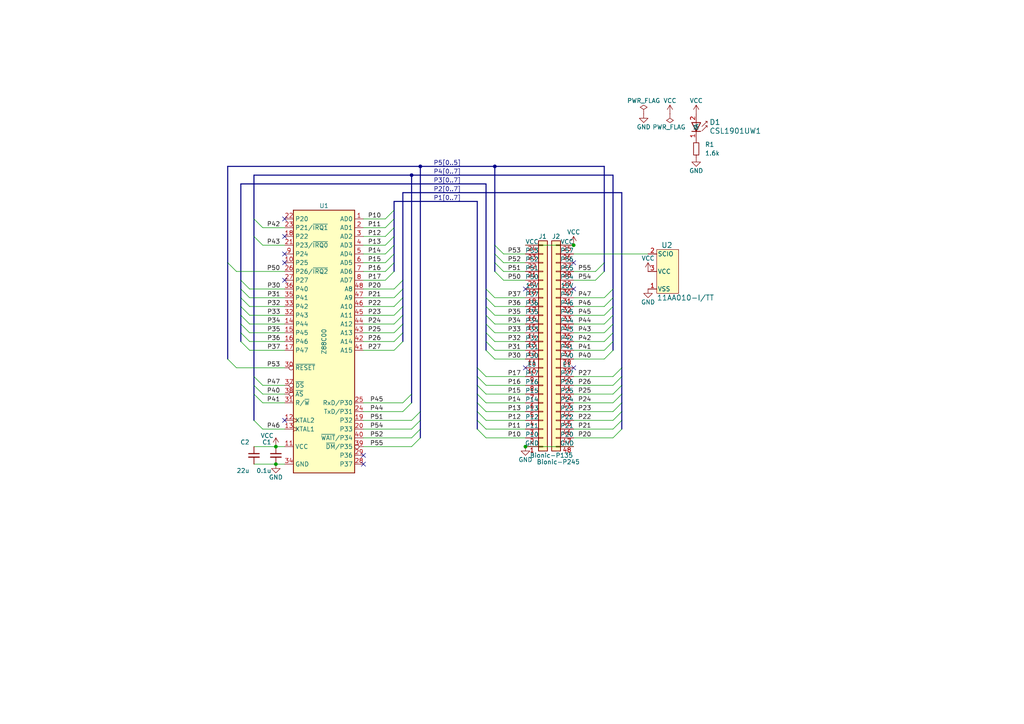
<source format=kicad_sch>
(kicad_sch (version 20230121) (generator eeschema)
  (paper "A4")
  (title_block (title "BionicZ8800") (date "2024-10-24") (rev "4") (company "Tadashi G. Takaoka"))
  (lib_symbols
    (symbol "0-LocalLibrary:11AA010-I_TT" (pin_names (offset 0.254))
      (property "Reference" "U" (at 2.54 1.27 0))
      (property "Value" "11AA010-I/TT" (at 3.81 -13.97 0))
      (symbol "11AA010-I_TT_1_1"
        (rectangle (start 0 0) (end 6.35 -12.7) (fill (type background)))
        (pin power_in line (at -2.54 -11.43 0) (length 2.54) (name "VSS") (number "1"))
        (pin bidirectional line (at -2.54 -1.27 0) (length 2.54) (name "SCIO") (number "2"))
        (pin power_in line (at -2.54 -6.35 0) (length 2.54) (name "VCC") (number "3"))
      )
    )
    (symbol "0-LocalLibrary:Bionic-P135" (pin_names (offset 0))
      (property "Reference" "J" (at 0 30.48 0))
      (property "Value" "Bionic-P135" (at -1.27 -33.02 0))
      (symbol "Bionic-P135_1_1"
        (rectangle (start 0 -30.353) (end -1.27 -30.607) (stroke (width 0.1524)))
        (rectangle (start 0 -27.813) (end -1.27 -28.067) (stroke (width 0.1524)))
        (rectangle (start 0 -25.273) (end -1.27 -25.527) (stroke (width 0.1524)))
        (rectangle (start 0 -22.733) (end -1.27 -22.987) (stroke (width 0.1524)))
        (rectangle (start 0 -20.193) (end -1.27 -20.447) (stroke (width 0.1524)))
        (rectangle (start 0 -17.653) (end -1.27 -17.907) (stroke (width 0.1524)))
        (rectangle (start 0 -15.113) (end -1.27 -15.367) (stroke (width 0.1524)))
        (rectangle (start 0 -12.573) (end -1.27 -12.827) (stroke (width 0.1524)))
        (rectangle (start 0 -10.033) (end -1.27 -10.287) (stroke (width 0.1524)))
        (rectangle (start 0 -7.493) (end -1.27 -7.747) (stroke (width 0.1524)))
        (rectangle (start 0 -4.953) (end -1.27 -5.207) (stroke (width 0.1524)))
        (rectangle (start 0 -2.413) (end -1.27 -2.667) (stroke (width 0.1524)))
        (rectangle (start 0 0.127) (end -1.27 -0.127) (stroke (width 0.1524)))
        (rectangle (start 0 2.667) (end -1.27 2.413) (stroke (width 0.1524)))
        (rectangle (start 0 5.207) (end -1.27 4.953) (stroke (width 0.1524)))
        (rectangle (start 0 7.747) (end -1.27 7.493) (stroke (width 0.1524)))
        (rectangle (start 0 10.287) (end -1.27 10.033) (stroke (width 0.1524)))
        (rectangle (start 0 12.827) (end -1.27 12.573) (stroke (width 0.1524)))
        (rectangle (start 0 15.367) (end -1.27 15.113) (stroke (width 0.1524)))
        (rectangle (start 0 17.907) (end -1.27 17.653) (stroke (width 0.1524)))
        (rectangle (start 0 20.447) (end -1.27 20.193) (stroke (width 0.1524)))
        (rectangle (start 0 22.987) (end -1.27 22.733) (stroke (width 0.1524)))
        (rectangle (start 0 25.527) (end -1.27 25.273) (stroke (width 0.1524)))
        (rectangle (start 0 28.067) (end -1.27 27.813) (stroke (width 0.1524)))
        (rectangle (start 1.27 29.21) (end -1.27 -31.75) (stroke (width 0.254)) (fill (type background)))
        (pin power_in line (at -5.08 -30.48 0) (length 3.81) (name "GND") (number "1"))
        (pin bidirectional line (at -5.08 -7.62 0) (length 3.81) (name "E0") (number "10"))
        (pin bidirectional line (at -5.08 -5.08 0) (length 3.81) (name "P30") (number "11"))
        (pin bidirectional line (at -5.08 -2.54 0) (length 3.81) (name "P31") (number "12"))
        (pin bidirectional line (at -5.08 0 0) (length 3.81) (name "P32") (number "13"))
        (pin bidirectional line (at -5.08 2.54 0) (length 3.81) (name "P33") (number "14"))
        (pin bidirectional line (at -5.08 5.08 0) (length 3.81) (name "P34") (number "15"))
        (pin bidirectional line (at -5.08 7.62 0) (length 3.81) (name "P35") (number "16"))
        (pin bidirectional line (at -5.08 10.16 0) (length 3.81) (name "P36") (number "17"))
        (pin bidirectional line (at -5.08 12.7 0) (length 3.81) (name "P37") (number "18"))
        (pin power_in line (at -5.08 15.24 0) (length 3.81) (name "15V") (number "19"))
        (pin bidirectional line (at -5.08 -27.94 0) (length 3.81) (name "P10") (number "2"))
        (pin bidirectional line (at -5.08 17.78 0) (length 3.81) (name "P50") (number "20"))
        (pin bidirectional line (at -5.08 20.32 0) (length 3.81) (name "P51") (number "21"))
        (pin bidirectional line (at -5.08 22.86 0) (length 3.81) (name "P52") (number "22"))
        (pin bidirectional line (at -5.08 25.4 0) (length 3.81) (name "P53") (number "23"))
        (pin power_in line (at -5.08 27.94 0) (length 3.81) (name "VCC") (number "24"))
        (pin bidirectional line (at -5.08 -25.4 0) (length 3.81) (name "P11") (number "3"))
        (pin bidirectional line (at -5.08 -22.86 0) (length 3.81) (name "P12") (number "4"))
        (pin bidirectional line (at -5.08 -20.32 0) (length 3.81) (name "P13") (number "5"))
        (pin bidirectional line (at -5.08 -17.78 0) (length 3.81) (name "P14") (number "6"))
        (pin bidirectional line (at -5.08 -15.24 0) (length 3.81) (name "P15") (number "7"))
        (pin bidirectional line (at -5.08 -12.7 0) (length 3.81) (name "P16") (number "8"))
        (pin bidirectional line (at -5.08 -10.16 0) (length 3.81) (name "P17") (number "9"))
      )
    )
    (symbol "0-LocalLibrary:Bionic-P245" (pin_names (offset 0))
      (property "Reference" "J" (at -3.81 30.48 0))
      (property "Value" "Bionic-P245" (at -1.27 -33.02 0))
      (symbol "Bionic-P245_1_1"
        (rectangle (start -2.54 -30.607) (end -3.81 -30.353) (stroke (width 0.1524)))
        (rectangle (start -2.54 -28.067) (end -3.81 -27.813) (stroke (width 0.1524)))
        (rectangle (start -2.54 -25.527) (end -3.81 -25.273) (stroke (width 0.1524)))
        (rectangle (start -2.54 -22.987) (end -3.81 -22.733) (stroke (width 0.1524)))
        (rectangle (start -2.54 -20.447) (end -3.81 -20.193) (stroke (width 0.1524)))
        (rectangle (start -2.54 -17.907) (end -3.81 -17.653) (stroke (width 0.1524)))
        (rectangle (start -2.54 -15.367) (end -3.81 -15.113) (stroke (width 0.1524)))
        (rectangle (start -2.54 -12.827) (end -3.81 -12.573) (stroke (width 0.1524)))
        (rectangle (start -2.54 -10.287) (end -3.81 -10.033) (stroke (width 0.1524)))
        (rectangle (start -2.54 -7.747) (end -3.81 -7.493) (stroke (width 0.1524)))
        (rectangle (start -2.54 -5.207) (end -3.81 -4.953) (stroke (width 0.1524)))
        (rectangle (start -2.54 -2.667) (end -3.81 -2.413) (stroke (width 0.1524)))
        (rectangle (start -2.54 -0.127) (end -3.81 0.127) (stroke (width 0.1524)))
        (rectangle (start -2.54 2.413) (end -3.81 2.667) (stroke (width 0.1524)))
        (rectangle (start -2.54 4.953) (end -3.81 5.207) (stroke (width 0.1524)))
        (rectangle (start -2.54 7.493) (end -3.81 7.747) (stroke (width 0.1524)))
        (rectangle (start -2.54 10.033) (end -3.81 10.287) (stroke (width 0.1524)))
        (rectangle (start -2.54 12.573) (end -3.81 12.827) (stroke (width 0.1524)))
        (rectangle (start -2.54 15.113) (end -3.81 15.367) (stroke (width 0.1524)))
        (rectangle (start -2.54 17.653) (end -3.81 17.907) (stroke (width 0.1524)))
        (rectangle (start -2.54 20.193) (end -3.81 20.447) (stroke (width 0.1524)))
        (rectangle (start -2.54 22.733) (end -3.81 22.987) (stroke (width 0.1524)))
        (rectangle (start -2.54 25.273) (end -3.81 25.527) (stroke (width 0.1524)))
        (rectangle (start -2.54 27.813) (end -3.81 28.067) (stroke (width 0.1524)))
        (rectangle (start -2.54 29.21) (end -5.08 -31.75) (stroke (width 0.254)) (fill (type background)))
        (pin power_in line (at 1.27 27.94 180) (length 3.81) (name "VCC") (number "25"))
        (pin bidirectional line (at 1.27 25.4 180) (length 3.81) (name "P57") (number "26"))
        (pin bidirectional line (at 1.27 22.86 180) (length 3.81) (name "P56") (number "27"))
        (pin bidirectional line (at 1.27 20.32 180) (length 3.81) (name "P55") (number "28"))
        (pin bidirectional line (at 1.27 17.78 180) (length 3.81) (name "P54") (number "29"))
        (pin power_in line (at 1.27 15.24 180) (length 3.81) (name "15V") (number "30"))
        (pin bidirectional line (at 1.27 12.7 180) (length 3.81) (name "P47") (number "31"))
        (pin bidirectional line (at 1.27 10.16 180) (length 3.81) (name "P46") (number "32"))
        (pin bidirectional line (at 1.27 7.62 180) (length 3.81) (name "P45") (number "33"))
        (pin bidirectional line (at 1.27 5.08 180) (length 3.81) (name "P44") (number "34"))
        (pin bidirectional line (at 1.27 2.54 180) (length 3.81) (name "P43") (number "35"))
        (pin bidirectional line (at 1.27 0 180) (length 3.81) (name "P42") (number "36"))
        (pin bidirectional line (at 1.27 -2.54 180) (length 3.81) (name "P41") (number "37"))
        (pin bidirectional line (at 1.27 -5.08 180) (length 3.81) (name "P40") (number "38"))
        (pin bidirectional line (at 1.27 -7.62 180) (length 3.81) (name "E1") (number "39"))
        (pin bidirectional line (at 1.27 -10.16 180) (length 3.81) (name "P27") (number "40"))
        (pin bidirectional line (at 1.27 -12.7 180) (length 3.81) (name "P26") (number "41"))
        (pin bidirectional line (at 1.27 -15.24 180) (length 3.81) (name "P25") (number "42"))
        (pin bidirectional line (at 1.27 -17.78 180) (length 3.81) (name "P24") (number "43"))
        (pin bidirectional line (at 1.27 -20.32 180) (length 3.81) (name "P23") (number "44"))
        (pin bidirectional line (at 1.27 -22.86 180) (length 3.81) (name "P22") (number "45"))
        (pin bidirectional line (at 1.27 -25.4 180) (length 3.81) (name "P21") (number "46"))
        (pin bidirectional line (at 1.27 -27.94 180) (length 3.81) (name "P20") (number "47"))
        (pin power_in line (at 1.27 -30.48 180) (length 3.81) (name "GND") (number "48"))
      )
    )
    (symbol "0-LocalLibrary:CSL1901UW1" (pin_names (offset 0.254))
      (property "Reference" "D" (at 3.81 -2.54 0))
      (property "Value" "CSL1901UW1" (at 3.81 -5.08 0))
      (symbol "CSL1901UW1_0_1"
        (polyline (pts (xy 2.159 3.175) (xy 2.667 3.175)))
        (polyline (pts (xy 2.54 0) (xy 5.08 0)))
        (polyline (pts (xy 5.08 1.27) (xy 5.08 -1.27)) (stroke (width 0.254)))
        (polyline (pts (xy 3.683 1.651) (xy 2.159 3.175) (xy 2.159 2.667)))
        (polyline (pts (xy 2.54 -1.27) (xy 5.08 0) (xy 2.54 1.27) (xy 2.54 -1.27)) (stroke (width 0.254)))
        (polyline (pts (xy 4.953 1.651) (xy 3.429 3.175) (xy 3.429 2.667) (xy 3.429 3.175) (xy 3.937 3.175)))
      )
      (symbol "CSL1901UW1_1_1"
        (pin passive line (at 7.62 0 180) (length 2.54) (name "K") (number "1"))
        (pin passive line (at 0 0 0) (length 2.54) (name "A") (number "2"))
      )
      (symbol "CSL1901UW1_1_2"
        (polyline (pts (xy -5.08 7.62) (xy -4.445 8.255)) (stroke (width 0.2032)))
        (polyline (pts (xy -5.08 8.255) (xy -5.08 7.62)) (stroke (width 0.2032)))
        (polyline (pts (xy -4.445 6.35) (xy -3.81 6.985)) (stroke (width 0.2032)))
        (polyline (pts (xy -4.445 8.255) (xy -5.08 8.255)) (stroke (width 0.2032)))
        (polyline (pts (xy -4.445 9.525) (xy -3.81 10.16)) (stroke (width 0.2032)))
        (polyline (pts (xy -4.445 10.16) (xy -4.445 9.525)) (stroke (width 0.2032)))
        (polyline (pts (xy -3.81 6.985) (xy -5.08 8.255)) (stroke (width 0.2032)))
        (polyline (pts (xy -3.81 8.255) (xy -3.175 8.89)) (stroke (width 0.2032)))
        (polyline (pts (xy -3.81 10.16) (xy -4.445 10.16)) (stroke (width 0.2032)))
        (polyline (pts (xy -3.175 5.08) (xy -4.445 6.35)) (stroke (width 0.2032)))
        (polyline (pts (xy -3.175 8.89) (xy -4.445 10.16)) (stroke (width 0.2032)))
        (polyline (pts (xy -2.54 6.985) (xy -3.81 8.255)) (stroke (width 0.2032)))
        (polyline (pts (xy -1.905 3.81) (xy 1.905 3.81)) (stroke (width 0.2032)))
        (polyline (pts (xy 0 2.54) (xy 0 3.4798)) (stroke (width 0.2032)))
        (polyline (pts (xy 0 3.175) (xy 0 3.81)) (stroke (width 0.2032)))
        (polyline (pts (xy 0 6.35) (xy -1.905 3.81)) (stroke (width 0.2032)))
        (polyline (pts (xy 0 6.35) (xy 0 7.62)) (stroke (width 0.2032)))
        (polyline (pts (xy 1.905 3.81) (xy 0 6.35)) (stroke (width 0.2032)))
        (polyline (pts (xy 1.905 6.35) (xy -1.905 6.35)) (stroke (width 0.2032)))
        (pin unspecified line (at 0 10.16 270) (length 2.54) (name "") (number "1"))
        (pin unspecified line (at 0 0 90) (length 2.54) (name "") (number "2"))
      )
    )
    (symbol "0-LocalLibrary:Z88C00"
      (property "Reference" "U" (at -1.27 39.37 0))
      (property "Value" "Z88C00" (at -1.27 7.62 90))
      (symbol "Z88C00_0_0"
        (pin bidirectional line (at -11.43 5.08 0) (length 2.54) (name "P44") (number "14"))
        (pin bidirectional line (at -11.43 2.54 0) (length 2.54) (name "P45") (number "15"))
        (pin bidirectional line (at -11.43 0 0) (length 2.54) (name "P46") (number "16"))
        (pin bidirectional line (at -11.43 -2.54 0) (length 2.54) (name "P47") (number "17"))
        (pin bidirectional line (at 11.43 -35.56 180) (length 2.54) (name "P37") (number "28"))
        (pin bidirectional line (at 11.43 -33.02 180) (length 2.54) (name "P36") (number "29"))
        (pin bidirectional line (at -11.43 7.62 0) (length 2.54) (name "P43") (number "32"))
        (pin bidirectional line (at -11.43 10.16 0) (length 2.54) (name "P42") (number "33"))
        (pin bidirectional line (at -11.43 15.24 0) (length 2.54) (name "P40") (number "36"))
      )
      (symbol "Z88C00_0_1"
        (rectangle (start -8.89 -38.1) (end 8.89 38.1) (stroke (width 0.254)) (fill (type background)))
      )
      (symbol "Z88C00_1_1"
        (pin bidirectional line (at 11.43 35.56 180) (length 2.54) (name "AD0") (number "1"))
        (pin bidirectional line (at -11.43 22.86 0) (length 2.54) (name "P25") (number "10"))
        (pin power_in line (at -11.43 -30.48 0) (length 2.54) (name "VCC") (number "11"))
        (pin output clock (at -11.43 -22.86 0) (length 2.54) (name "XTAL2") (number "12"))
        (pin input clock (at -11.43 -25.4 0) (length 2.54) (name "XTAL1") (number "13"))
        (pin bidirectional line (at -11.43 30.48 0) (length 2.54) (name "P22") (number "18"))
        (pin bidirectional line (at 11.43 -22.86 180) (length 2.54) (name "P32") (number "19"))
        (pin bidirectional line (at 11.43 33.02 180) (length 2.54) (name "AD1") (number "2"))
        (pin bidirectional line (at 11.43 -25.4 180) (length 2.54) (name "P33") (number "20"))
        (pin bidirectional line (at -11.43 27.94 0) (length 2.54) (name "P23/~{IRQ0}") (number "21"))
        (pin bidirectional line (at -11.43 35.56 0) (length 2.54) (name "P20") (number "22"))
        (pin bidirectional line (at -11.43 33.02 0) (length 2.54) (name "P21/~{IRQ1}") (number "23"))
        (pin output line (at 11.43 -20.32 180) (length 2.54) (name "TxD/P31") (number "24"))
        (pin input line (at 11.43 -17.78 180) (length 2.54) (name "RxD/P30") (number "25"))
        (pin bidirectional line (at -11.43 20.32 0) (length 2.54) (name "P26/~{IRQ2}") (number "26"))
        (pin bidirectional line (at -11.43 17.78 0) (length 2.54) (name "P27") (number "27"))
        (pin bidirectional line (at 11.43 30.48 180) (length 2.54) (name "AD2") (number "3"))
        (pin input inverted (at -11.43 -7.62 0) (length 2.54) (name "~{RESET}") (number "30"))
        (pin output line (at -11.43 -17.78 0) (length 2.54) (name "R/~{W}") (number "31"))
        (pin power_in line (at -11.43 -35.56 0) (length 2.54) (name "GND") (number "34"))
        (pin bidirectional line (at -11.43 12.7 0) (length 2.54) (name "P41") (number "35"))
        (pin output inverted (at -11.43 -12.7 0) (length 2.54) (name "~{DS}") (number "37"))
        (pin output inverted (at -11.43 -15.24 0) (length 2.54) (name "~{AS}") (number "38"))
        (pin output inverted (at 11.43 -30.48 180) (length 2.54) (name "~{DM}/P35") (number "39"))
        (pin bidirectional line (at 11.43 27.94 180) (length 2.54) (name "AD3") (number "4"))
        (pin input line (at 11.43 -27.94 180) (length 2.54) (name "~{WAIT}/P34") (number "40"))
        (pin output line (at 11.43 -2.54 180) (length 2.54) (name "A15") (number "41"))
        (pin output line (at 11.43 0 180) (length 2.54) (name "A14") (number "42"))
        (pin output line (at 11.43 2.54 180) (length 2.54) (name "A13") (number "43"))
        (pin output line (at 11.43 5.08 180) (length 2.54) (name "A12") (number "44"))
        (pin output line (at 11.43 7.62 180) (length 2.54) (name "A11") (number "45"))
        (pin output line (at 11.43 10.16 180) (length 2.54) (name "A10") (number "46"))
        (pin output line (at 11.43 12.7 180) (length 2.54) (name "A9") (number "47"))
        (pin output line (at 11.43 15.24 180) (length 2.54) (name "A8") (number "48"))
        (pin bidirectional line (at 11.43 25.4 180) (length 2.54) (name "AD4") (number "5"))
        (pin bidirectional line (at 11.43 22.86 180) (length 2.54) (name "AD5") (number "6"))
        (pin bidirectional line (at 11.43 20.32 180) (length 2.54) (name "AD6") (number "7"))
        (pin bidirectional line (at 11.43 17.78 180) (length 2.54) (name "AD7") (number "8"))
        (pin bidirectional line (at -11.43 25.4 0) (length 2.54) (name "P24") (number "9"))
      )
    )
    (symbol "Device:C_Small" (pin_numbers hide) (pin_names (offset 0.254) hide)
      (property "Reference" "C" (at 0.254 1.778 0))
      (property "Value" "C_Small" (at 0.254 -2.032 0))
      (symbol "C_Small_0_1"
        (polyline (pts (xy -1.524 -0.508) (xy 1.524 -0.508)) (stroke (width 0.3302)))
        (polyline (pts (xy -1.524 0.508) (xy 1.524 0.508)) (stroke (width 0.3048)))
      )
      (symbol "C_Small_1_1"
        (pin passive line (at 0 2.54 270) (length 2.032) (name "~") (number "1"))
        (pin passive line (at 0 -2.54 90) (length 2.032) (name "~") (number "2"))
      )
    )
    (symbol "Device:R_Small" (pin_numbers hide) (pin_names (offset 0.254) hide)
      (property "Reference" "R" (at 0.762 0.508 0))
      (property "Value" "R_Small" (at 0.762 -1.016 0))
      (symbol "R_Small_0_1"
        (rectangle (start -0.762 1.778) (end 0.762 -1.778) (stroke (width 0.2032)))
      )
      (symbol "R_Small_1_1"
        (pin passive line (at 0 2.54 270) (length 0.762) (name "~") (number "1"))
        (pin passive line (at 0 -2.54 90) (length 0.762) (name "~") (number "2"))
      )
    )
    (symbol "power:GND" (power) (pin_names (offset 0))
      (property "Value" "GND" (at 0 -3.81 0))
      (symbol "GND_0_1"
        (polyline (pts (xy 0 0) (xy 0 -1.27) (xy 1.27 -1.27) (xy 0 -2.54) (xy -1.27 -1.27) (xy 0 -1.27)))
      )
      (symbol "GND_1_1"
        (pin power_in line (at 0 0 270) (length 0) hide (name "GND") (number "1"))
      )
    )
    (symbol "power:PWR_FLAG" (power) (pin_numbers hide) (pin_names (offset 0) hide)
      (property "Value" "PWR_FLAG" (at 0 3.81 0))
      (symbol "PWR_FLAG_0_0"
        (pin power_out line (at 0 0 90) (length 0) (name "pwr") (number "1"))
      )
      (symbol "PWR_FLAG_0_1"
        (polyline (pts (xy 0 0) (xy 0 1.27) (xy -1.016 1.905) (xy 0 2.54) (xy 1.016 1.905) (xy 0 1.27)))
      )
    )
    (symbol "power:VCC" (power) (pin_names (offset 0))
      (property "Value" "VCC" (at 0 3.81 0))
      (symbol "VCC_0_1"
        (polyline (pts (xy -0.762 1.27) (xy 0 2.54)))
        (polyline (pts (xy 0 0) (xy 0 2.54)))
        (polyline (pts (xy 0 2.54) (xy 0.762 1.27)))
      )
      (symbol "VCC_1_1"
        (pin power_in line (at 0 0 90) (length 0) hide (name "VCC") (number "1"))
      )
    )
  )
  (junction (at 80.01 129.54))
  (junction (at 119.38 50.8))
  (junction (at 166.37 71.12))
  (junction (at 80.01 134.62))
  (junction (at 121.92 48.26))
  (junction (at 143.51 48.26))
  (junction (at 152.4 129.54))
  (no_connect (at 82.55 76.2))
  (no_connect (at 152.4 83.82))
  (no_connect (at 82.55 121.92))
  (no_connect (at 105.41 132.08))
  (no_connect (at 82.55 63.5))
  (no_connect (at 152.4 106.68))
  (no_connect (at 82.55 81.28))
  (no_connect (at 82.55 73.66))
  (no_connect (at 105.41 134.62))
  (no_connect (at 166.37 106.68))
  (no_connect (at 166.37 76.2))
  (no_connect (at 166.37 83.82))
  (no_connect (at 82.55 68.58))
  (bus_entry (at 69.85 99.06) (size 2.54 2.54))
  (bus_entry (at 143.51 73.66) (size 2.54 2.54))
  (bus_entry (at 140.97 99.06) (size 2.54 2.54))
  (bus_entry (at 119.38 121.92) (size 2.54 -2.54))
  (bus_entry (at 76.2 71.12) (size -2.54 -2.54))
  (bus_entry (at 140.97 127) (size -2.54 -2.54))
  (bus_entry (at 69.85 93.98) (size 2.54 2.54))
  (bus_entry (at 119.38 124.46) (size 2.54 -2.54))
  (bus_entry (at 140.97 111.76) (size -2.54 -2.54))
  (bus_entry (at 76.2 66.04) (size -2.54 -2.54))
  (bus_entry (at 177.8 83.82) (size -2.54 2.54))
  (bus_entry (at 69.85 91.44) (size 2.54 2.54))
  (bus_entry (at 116.84 99.06) (size -2.54 2.54))
  (bus_entry (at 111.76 76.2) (size 2.54 -2.54))
  (bus_entry (at 180.34 106.68) (size -2.54 2.54))
  (bus_entry (at 177.8 101.6) (size -2.54 2.54))
  (bus_entry (at 140.97 86.36) (size 2.54 2.54))
  (bus_entry (at 116.84 93.98) (size -2.54 2.54))
  (bus_entry (at 143.51 76.2) (size 2.54 2.54))
  (bus_entry (at 140.97 124.46) (size -2.54 -2.54))
  (bus_entry (at 116.84 88.9) (size -2.54 2.54))
  (bus_entry (at 76.2 111.76) (size -2.54 -2.54))
  (bus_entry (at 76.2 124.46) (size -2.54 -2.54))
  (bus_entry (at 140.97 114.3) (size -2.54 -2.54))
  (bus_entry (at 140.97 116.84) (size -2.54 -2.54))
  (bus_entry (at 76.2 114.3) (size -2.54 -2.54))
  (bus_entry (at 69.85 86.36) (size 2.54 2.54))
  (bus_entry (at 177.8 88.9) (size -2.54 2.54))
  (bus_entry (at 140.97 119.38) (size -2.54 -2.54))
  (bus_entry (at 140.97 101.6) (size 2.54 2.54))
  (bus_entry (at 140.97 88.9) (size 2.54 2.54))
  (bus_entry (at 111.76 66.04) (size 2.54 -2.54))
  (bus_entry (at 116.84 91.44) (size -2.54 2.54))
  (bus_entry (at 111.76 78.74) (size 2.54 -2.54))
  (bus_entry (at 140.97 93.98) (size 2.54 2.54))
  (bus_entry (at 111.76 68.58) (size 2.54 -2.54))
  (bus_entry (at 177.8 99.06) (size -2.54 2.54))
  (bus_entry (at 116.84 116.84) (size 2.54 -2.54))
  (bus_entry (at 111.76 71.12) (size 2.54 -2.54))
  (bus_entry (at 116.84 83.82) (size -2.54 2.54))
  (bus_entry (at 180.34 124.46) (size -2.54 2.54))
  (bus_entry (at 175.26 78.74) (size -2.54 2.54))
  (bus_entry (at 140.97 121.92) (size -2.54 -2.54))
  (bus_entry (at 140.97 91.44) (size 2.54 2.54))
  (bus_entry (at 69.85 81.28) (size 2.54 2.54))
  (bus_entry (at 116.84 96.52) (size -2.54 2.54))
  (bus_entry (at 116.84 119.38) (size 2.54 -2.54))
  (bus_entry (at 143.51 78.74) (size 2.54 2.54))
  (bus_entry (at 66.04 104.14) (size 2.54 2.54))
  (bus_entry (at 111.76 73.66) (size 2.54 -2.54))
  (bus_entry (at 116.84 86.36) (size -2.54 2.54))
  (bus_entry (at 140.97 109.22) (size -2.54 -2.54))
  (bus_entry (at 180.34 111.76) (size -2.54 2.54))
  (bus_entry (at 116.84 81.28) (size -2.54 2.54))
  (bus_entry (at 76.2 116.84) (size -2.54 -2.54))
  (bus_entry (at 180.34 119.38) (size -2.54 2.54))
  (bus_entry (at 66.04 76.2) (size 2.54 2.54))
  (bus_entry (at 143.51 71.12) (size 2.54 2.54))
  (bus_entry (at 69.85 83.82) (size 2.54 2.54))
  (bus_entry (at 177.8 96.52) (size -2.54 2.54))
  (bus_entry (at 180.34 121.92) (size -2.54 2.54))
  (bus_entry (at 111.76 63.5) (size 2.54 -2.54))
  (bus_entry (at 69.85 88.9) (size 2.54 2.54))
  (bus_entry (at 119.38 127) (size 2.54 -2.54))
  (bus_entry (at 140.97 83.82) (size 2.54 2.54))
  (bus_entry (at 175.26 76.2) (size -2.54 2.54))
  (bus_entry (at 177.8 93.98) (size -2.54 2.54))
  (bus_entry (at 180.34 116.84) (size -2.54 2.54))
  (bus_entry (at 111.76 81.28) (size 2.54 -2.54))
  (bus_entry (at 180.34 109.22) (size -2.54 2.54))
  (bus_entry (at 140.97 96.52) (size 2.54 2.54))
  (bus_entry (at 177.8 91.44) (size -2.54 2.54))
  (bus_entry (at 119.38 129.54) (size 2.54 -2.54))
  (bus_entry (at 177.8 86.36) (size -2.54 2.54))
  (bus_entry (at 69.85 96.52) (size 2.54 2.54))
  (bus_entry (at 180.34 114.3) (size -2.54 2.54))
  (wire (pts (xy 105.41 78.74) (xy 111.76 78.74)))
  (bus (pts (xy 121.92 121.92) (xy 121.92 124.46)))
  (bus (pts (xy 69.85 96.52) (xy 69.85 99.06)))
  (wire (pts (xy 166.37 116.84) (xy 177.8 116.84)))
  (wire (pts (xy 105.41 73.66) (xy 111.76 73.66)))
  (bus (pts (xy 143.51 76.2) (xy 143.51 78.74)))
  (wire (pts (xy 105.41 86.36) (xy 114.3 86.36)))
  (bus (pts (xy 138.43 106.68) (xy 138.43 109.22)))
  (wire (pts (xy 143.51 88.9) (xy 152.4 88.9)))
  (wire (pts (xy 105.41 96.52) (xy 114.3 96.52)))
  (wire (pts (xy 152.4 129.54) (xy 166.37 129.54)))
  (wire (pts (xy 143.51 93.98) (xy 152.4 93.98)))
  (bus (pts (xy 114.3 58.42) (xy 138.43 58.42)))
  (wire (pts (xy 143.51 91.44) (xy 152.4 91.44)))
  (wire (pts (xy 140.97 111.76) (xy 152.4 111.76)))
  (bus (pts (xy 140.97 96.52) (xy 140.97 93.98)))
  (bus (pts (xy 177.8 88.9) (xy 177.8 91.44)))
  (bus (pts (xy 66.04 48.26) (xy 121.92 48.26)))
  (bus (pts (xy 121.92 48.26) (xy 143.51 48.26)))
  (bus (pts (xy 114.3 60.96) (xy 114.3 58.42)))
  (wire (pts (xy 166.37 78.74) (xy 172.72 78.74)))
  (bus (pts (xy 73.66 68.58) (xy 73.66 63.5)))
  (wire (pts (xy 76.2 71.12) (xy 82.55 71.12)))
  (bus (pts (xy 177.8 50.8) (xy 177.8 83.82)))
  (wire (pts (xy 166.37 121.92) (xy 177.8 121.92)))
  (wire (pts (xy 143.51 101.6) (xy 152.4 101.6)))
  (wire (pts (xy 166.37 111.76) (xy 177.8 111.76)))
  (bus (pts (xy 140.97 93.98) (xy 140.97 91.44)))
  (wire (pts (xy 68.58 106.68) (xy 82.55 106.68)))
  (bus (pts (xy 177.8 86.36) (xy 177.8 88.9)))
  (bus (pts (xy 116.84 86.36) (xy 116.84 88.9)))
  (bus (pts (xy 180.34 106.68) (xy 180.34 109.22)))
  (bus (pts (xy 138.43 58.42) (xy 138.43 106.68)))
  (wire (pts (xy 73.66 129.54) (xy 80.01 129.54)))
  (bus (pts (xy 73.66 63.5) (xy 73.66 50.8)))
  (wire (pts (xy 140.97 114.3) (xy 152.4 114.3)))
  (bus (pts (xy 66.04 76.2) (xy 66.04 48.26)))
  (wire (pts (xy 73.66 134.62) (xy 80.01 134.62)))
  (wire (pts (xy 105.41 121.92) (xy 119.38 121.92)))
  (bus (pts (xy 143.51 48.26) (xy 175.26 48.26)))
  (bus (pts (xy 143.51 48.26) (xy 143.51 71.12)))
  (wire (pts (xy 105.41 93.98) (xy 114.3 93.98)))
  (bus (pts (xy 119.38 116.84) (xy 119.38 114.3)))
  (bus (pts (xy 114.3 63.5) (xy 114.3 66.04)))
  (bus (pts (xy 114.3 71.12) (xy 114.3 73.66)))
  (wire (pts (xy 143.51 86.36) (xy 152.4 86.36)))
  (wire (pts (xy 68.58 78.74) (xy 82.55 78.74)))
  (wire (pts (xy 105.41 91.44) (xy 114.3 91.44)))
  (wire (pts (xy 105.41 101.6) (xy 114.3 101.6)))
  (bus (pts (xy 121.92 124.46) (xy 121.92 127)))
  (bus (pts (xy 175.26 48.26) (xy 175.26 76.2)))
  (bus (pts (xy 180.34 111.76) (xy 180.34 114.3)))
  (wire (pts (xy 72.39 93.98) (xy 82.55 93.98)))
  (wire (pts (xy 105.41 127) (xy 119.38 127)))
  (bus (pts (xy 177.8 93.98) (xy 177.8 96.52)))
  (wire (pts (xy 76.2 116.84) (xy 82.55 116.84)))
  (wire (pts (xy 140.97 127) (xy 152.4 127)))
  (wire (pts (xy 105.41 71.12) (xy 111.76 71.12)))
  (bus (pts (xy 140.97 86.36) (xy 140.97 83.82)))
  (wire (pts (xy 166.37 88.9) (xy 175.26 88.9)))
  (bus (pts (xy 66.04 76.2) (xy 66.04 104.14)))
  (wire (pts (xy 105.41 129.54) (xy 119.38 129.54)))
  (bus (pts (xy 116.84 81.28) (xy 116.84 83.82)))
  (wire (pts (xy 72.39 86.36) (xy 82.55 86.36)))
  (wire (pts (xy 166.37 124.46) (xy 177.8 124.46)))
  (bus (pts (xy 116.84 83.82) (xy 116.84 86.36)))
  (wire (pts (xy 166.37 104.14) (xy 175.26 104.14)))
  (bus (pts (xy 114.3 73.66) (xy 114.3 76.2)))
  (wire (pts (xy 166.37 114.3) (xy 177.8 114.3)))
  (wire (pts (xy 140.97 119.38) (xy 152.4 119.38)))
  (wire (pts (xy 166.37 119.38) (xy 177.8 119.38)))
  (wire (pts (xy 105.41 68.58) (xy 111.76 68.58)))
  (wire (pts (xy 76.2 66.04) (xy 82.55 66.04)))
  (bus (pts (xy 69.85 53.34) (xy 140.97 53.34)))
  (bus (pts (xy 140.97 53.34) (xy 140.97 83.82)))
  (wire (pts (xy 166.37 109.22) (xy 177.8 109.22)))
  (wire (pts (xy 105.41 119.38) (xy 116.84 119.38)))
  (wire (pts (xy 72.39 91.44) (xy 82.55 91.44)))
  (wire (pts (xy 143.51 99.06) (xy 152.4 99.06)))
  (wire (pts (xy 146.05 76.2) (xy 152.4 76.2)))
  (wire (pts (xy 76.2 111.76) (xy 82.55 111.76)))
  (bus (pts (xy 69.85 81.28) (xy 69.85 53.34)))
  (wire (pts (xy 105.41 88.9) (xy 114.3 88.9)))
  (bus (pts (xy 143.51 73.66) (xy 143.51 76.2)))
  (bus (pts (xy 116.84 81.28) (xy 116.84 55.88)))
  (bus (pts (xy 73.66 114.3) (xy 73.66 121.92)))
  (wire (pts (xy 166.37 91.44) (xy 175.26 91.44)))
  (bus (pts (xy 140.97 91.44) (xy 140.97 88.9)))
  (bus (pts (xy 180.34 114.3) (xy 180.34 116.84)))
  (wire (pts (xy 105.41 83.82) (xy 114.3 83.82)))
  (wire (pts (xy 152.4 71.12) (xy 166.37 71.12)))
  (bus (pts (xy 138.43 121.92) (xy 138.43 124.46)))
  (bus (pts (xy 116.84 88.9) (xy 116.84 91.44)))
  (bus (pts (xy 138.43 119.38) (xy 138.43 121.92)))
  (wire (pts (xy 105.41 76.2) (xy 111.76 76.2)))
  (wire (pts (xy 72.39 99.06) (xy 82.55 99.06)))
  (wire (pts (xy 140.97 109.22) (xy 152.4 109.22)))
  (bus (pts (xy 69.85 93.98) (xy 69.85 96.52)))
  (wire (pts (xy 140.97 124.46) (xy 152.4 124.46)))
  (bus (pts (xy 114.3 68.58) (xy 114.3 71.12)))
  (bus (pts (xy 138.43 109.22) (xy 138.43 111.76)))
  (wire (pts (xy 146.05 78.74) (xy 152.4 78.74)))
  (bus (pts (xy 119.38 50.8) (xy 177.8 50.8)))
  (wire (pts (xy 166.37 127) (xy 177.8 127)))
  (wire (pts (xy 143.51 104.14) (xy 152.4 104.14)))
  (bus (pts (xy 73.66 111.76) (xy 73.66 109.22)))
  (wire (pts (xy 140.97 121.92) (xy 152.4 121.92)))
  (bus (pts (xy 69.85 86.36) (xy 69.85 88.9)))
  (bus (pts (xy 180.34 121.92) (xy 180.34 124.46)))
  (bus (pts (xy 73.66 114.3) (xy 73.66 111.76)))
  (bus (pts (xy 175.26 76.2) (xy 175.26 78.74)))
  (wire (pts (xy 76.2 114.3) (xy 82.55 114.3)))
  (wire (pts (xy 140.97 116.84) (xy 152.4 116.84)))
  (bus (pts (xy 116.84 93.98) (xy 116.84 96.52)))
  (bus (pts (xy 73.66 50.8) (xy 119.38 50.8)))
  (bus (pts (xy 121.92 48.26) (xy 121.92 119.38)))
  (wire (pts (xy 166.37 96.52) (xy 175.26 96.52)))
  (bus (pts (xy 177.8 96.52) (xy 177.8 99.06)))
  (wire (pts (xy 146.05 81.28) (xy 152.4 81.28)))
  (wire (pts (xy 105.41 81.28) (xy 111.76 81.28)))
  (bus (pts (xy 114.3 60.96) (xy 114.3 63.5)))
  (bus (pts (xy 180.34 116.84) (xy 180.34 119.38)))
  (bus (pts (xy 69.85 91.44) (xy 69.85 93.98)))
  (wire (pts (xy 105.41 66.04) (xy 111.76 66.04)))
  (wire (pts (xy 166.37 101.6) (xy 175.26 101.6)))
  (wire (pts (xy 166.37 81.28) (xy 172.72 81.28)))
  (wire (pts (xy 166.37 99.06) (xy 175.26 99.06)))
  (bus (pts (xy 143.51 71.12) (xy 143.51 73.66)))
  (bus (pts (xy 177.8 99.06) (xy 177.8 101.6)))
  (wire (pts (xy 80.01 134.62) (xy 82.55 134.62)))
  (wire (pts (xy 105.41 99.06) (xy 114.3 99.06)))
  (bus (pts (xy 116.84 55.88) (xy 180.34 55.88)))
  (bus (pts (xy 119.38 50.8) (xy 119.38 114.3)))
  (wire (pts (xy 166.37 73.66) (xy 187.96 73.66)))
  (bus (pts (xy 177.8 83.82) (xy 177.8 86.36)))
  (wire (pts (xy 166.37 86.36) (xy 175.26 86.36)))
  (wire (pts (xy 72.39 88.9) (xy 82.55 88.9)))
  (bus (pts (xy 114.3 76.2) (xy 114.3 78.74)))
  (wire (pts (xy 146.05 73.66) (xy 152.4 73.66)))
  (bus (pts (xy 69.85 83.82) (xy 69.85 86.36)))
  (bus (pts (xy 140.97 88.9) (xy 140.97 86.36)))
  (bus (pts (xy 69.85 88.9) (xy 69.85 91.44)))
  (wire (pts (xy 105.41 116.84) (xy 116.84 116.84)))
  (bus (pts (xy 114.3 66.04) (xy 114.3 68.58)))
  (wire (pts (xy 143.51 96.52) (xy 152.4 96.52)))
  (bus (pts (xy 180.34 119.38) (xy 180.34 121.92)))
  (wire (pts (xy 80.01 129.54) (xy 82.55 129.54)))
  (bus (pts (xy 138.43 114.3) (xy 138.43 116.84)))
  (bus (pts (xy 180.34 109.22) (xy 180.34 111.76)))
  (wire (pts (xy 72.39 101.6) (xy 82.55 101.6)))
  (bus (pts (xy 116.84 91.44) (xy 116.84 93.98)))
  (bus (pts (xy 138.43 116.84) (xy 138.43 119.38)))
  (wire (pts (xy 105.41 124.46) (xy 119.38 124.46)))
  (bus (pts (xy 140.97 101.6) (xy 140.97 99.06)))
  (wire (pts (xy 105.41 63.5) (xy 111.76 63.5)))
  (bus (pts (xy 177.8 91.44) (xy 177.8 93.98)))
  (wire (pts (xy 72.39 96.52) (xy 82.55 96.52)))
  (bus (pts (xy 140.97 99.06) (xy 140.97 96.52)))
  (bus (pts (xy 73.66 68.58) (xy 73.66 109.22)))
  (bus (pts (xy 138.43 111.76) (xy 138.43 114.3)))
  (bus (pts (xy 121.92 119.38) (xy 121.92 121.92)))
  (wire (pts (xy 72.39 83.82) (xy 82.55 83.82)))
  (bus (pts (xy 180.34 106.68) (xy 180.34 55.88)))
  (wire (pts (xy 166.37 93.98) (xy 175.26 93.98)))
  (bus (pts (xy 116.84 96.52) (xy 116.84 99.06)))
  (bus (pts (xy 69.85 81.28) (xy 69.85 83.82)))
  (wire (pts (xy 76.2 124.46) (xy 82.55 124.46)))
  (label "P27" (at 167.64 109.22 0))
  (label "P22" (at 167.64 121.92 0))
  (label "P14" (at 106.68 73.66 0))
  (label "P35" (at 151.13 91.44 180))
  (label "P51" (at 107.315 121.92 0))
  (label "P12" (at 106.68 68.58 0))
  (label "P23" (at 167.64 119.38 0))
  (label "P15" (at 151.13 114.3 180))
  (label "P2[0..7]" (at 125.73 55.88 0))
  (label "P30" (at 151.13 104.14 180))
  (label "P45" (at 107.315 116.84 0))
  (label "P31" (at 77.47 86.36 0))
  (label "P31" (at 151.13 101.6 180))
  (label "P44" (at 167.64 93.98 0))
  (label "P46" (at 167.64 88.9 0))
  (label "P32" (at 77.47 88.9 0))
  (label "P10" (at 106.68 63.5 0))
  (label "P53" (at 81.28 106.68 180))
  (label "P24" (at 106.68 93.98 0))
  (label "P54" (at 107.315 124.46 0))
  (label "P53" (at 151.13 73.66 180))
  (label "P46" (at 81.28 124.46 180))
  (label "P54" (at 167.64 81.28 0))
  (label "P35" (at 77.47 96.52 0))
  (label "P50" (at 151.13 81.28 180))
  (label "P37" (at 77.47 101.6 0))
  (label "P42" (at 167.64 99.06 0))
  (label "P20" (at 167.64 127 0))
  (label "P52" (at 151.13 76.2 180))
  (label "P20" (at 106.68 83.82 0))
  (label "P55" (at 107.315 129.54 0))
  (label "P15" (at 106.68 76.2 0))
  (label "P14" (at 151.13 116.84 180))
  (label "P5[0..5]" (at 125.73 48.26 0))
  (label "P16" (at 106.68 78.74 0))
  (label "P22" (at 106.68 88.9 0))
  (label "P26" (at 106.68 99.06 0))
  (label "P17" (at 151.13 109.22 180))
  (label "P3[0..7]" (at 125.73 53.34 0))
  (label "P52" (at 107.315 127 0))
  (label "P40" (at 167.64 104.14 0))
  (label "P11" (at 151.13 124.46 180))
  (label "P37" (at 151.13 86.36 180))
  (label "P13" (at 106.68 71.12 0))
  (label "P11" (at 106.68 66.04 0))
  (label "P51" (at 151.13 78.74 180))
  (label "P30" (at 77.47 83.82 0))
  (label "P4[0..7]" (at 125.73 50.8 0))
  (label "P1[0..7]" (at 125.73 58.42 0))
  (label "P43" (at 167.64 96.52 0))
  (label "P24" (at 167.64 116.84 0))
  (label "P25" (at 167.64 114.3 0))
  (label "P32" (at 151.13 99.06 180))
  (label "P12" (at 151.13 121.92 180))
  (label "P44" (at 107.315 119.38 0))
  (label "P16" (at 151.13 111.76 180))
  (label "P47" (at 81.28 111.76 180))
  (label "P13" (at 151.13 119.38 180))
  (label "P17" (at 106.68 81.28 0))
  (label "P21" (at 106.68 86.36 0))
  (label "P10" (at 151.13 127 180))
  (label "P43" (at 81.28 71.12 180))
  (label "P33" (at 77.47 91.44 0))
  (label "P41" (at 167.64 101.6 0))
  (label "P55" (at 167.64 78.74 0))
  (label "P45" (at 167.64 91.44 0))
  (label "P26" (at 167.64 111.76 0))
  (label "P41" (at 81.28 116.84 180))
  (label "P50" (at 81.28 78.74 180))
  (label "P40" (at 81.28 114.3 180))
  (label "P47" (at 167.64 86.36 0))
  (label "P36" (at 77.47 99.06 0))
  (label "P33" (at 151.13 96.52 180))
  (label "P23" (at 106.68 91.44 0))
  (label "P34" (at 151.13 93.98 180))
  (label "P25" (at 106.68 96.52 0))
  (label "P42" (at 81.28 66.04 180))
  (label "P21" (at 167.64 124.46 0))
  (label "P34" (at 77.47 93.98 0))
  (label "P27" (at 106.68 101.6 0))
  (label "P36" (at 151.13 88.9 180))
  (symbol (lib_id "Device:C_Small") (at 80.01 132.08 0) (mirror y) (unit 1)
    (property "Reference" "C1" (at 78.74 128.27 0) (effects (justify left)))
    (property "Value" "0.1u" (at 78.74 136.525 0) (effects (justify left)))
    (property "Footprint" "Capacitor_SMD:C_0603_1608Metric_Pad1.08x0.95mm_HandSolder" (effects hide))
  )
  (symbol (lib_id "0-LocalLibrary:Z88C00") (at 93.98 99.06 0) (unit 1)
    (property "Reference" "U1" (at 93.98 59.69 0))
    (property "Value" "Z88C00" (at 93.98 99.06 90))
    (property "Footprint" "0-LocalLibrary:DIP-48_W15.24mm_Socket" (effects hide))
    (property "Datasheet" "https://datasheetspdf.com/pdf-file/527631/Zilog/Z88C00/1" (effects hide))
  )
  (symbol (lib_id "0-LocalLibrary:CSL1901UW1") (at 201.93 33.02 270) (unit 1)
    (property "Reference" "D1" (at 205.74 35.433 90) (effects (font (size 1.524 1.524)) (justify left)))
    (property "Value" "CSL1901UW1" (at 205.74 37.973 90) (effects (font (size 1.524 1.524)) (justify left)))
    (property "Footprint" "0-LocalLibrary:LED_CSL1901UW1_ROM" (effects hide))
    (property "Datasheet" "https://fscdn.rohm.com/en/products/databook/datasheet/opto/led/chip_mono/csl1901uw1-e.pdf" (effects hide))
  )
  (symbol (lib_id "Device:R_Small") (at 201.93 43.18 0) (unit 1)
    (property "Reference" "R1" (at 204.47 41.91 0) (effects (justify left)))
    (property "Value" "1.6k" (at 204.47 44.45 0) (effects (justify left)))
    (property "Footprint" "Resistor_SMD:R_0603_1608Metric_Pad0.98x0.95mm_HandSolder" (effects hide))
  )
  (symbol (lib_id "power:VCC") (at 201.93 33.02 0) (unit 1)
    (property "Reference" "#PWR06" (effects hide))
    (property "Value" "VCC" (at 201.93 29.21 0))
  )
  (symbol (lib_id "power:PWR_FLAG") (at 186.69 33.02 0) (unit 1)
    (property "Reference" "#FLG01" (effects hide))
    (property "Value" "PWR_FLAG" (at 186.69 29.21 0))
  )
  (symbol (lib_id "power:GND") (at 186.69 33.02 0) (unit 1)
    (property "Reference" "#PWR01" (effects hide))
    (property "Value" "GND" (at 186.69 36.83 0))
  )
  (symbol (lib_id "power:GND") (at 80.01 134.62 0) (unit 1)
    (property "Reference" "#PWR03" (effects hide))
    (property "Value" "GND" (at 80.01 138.43 0))
  )
  (symbol (lib_id "power:VCC") (at 194.31 33.02 0) (unit 1)
    (property "Reference" "#PWR05" (effects hide))
    (property "Value" "VCC" (at 194.31 29.21 0))
  )
  (symbol (lib_id "power:VCC") (at 187.96 78.74 0) (unit 1)
    (property "Reference" "#PWR08" (effects hide))
    (property "Value" "VCC" (at 187.96 74.93 0))
  )
  (symbol (lib_id "0-LocalLibrary:11AA010-I_TT") (at 190.5 72.39 0) (unit 1)
    (property "Reference" "U2" (at 191.77 71.12 0) (effects (font (size 1.524 1.524)) (justify left)))
    (property "Value" "11AA010-I/TT" (at 190.5 86.36 0) (effects (font (size 1.524 1.524)) (justify left)))
    (property "Footprint" "0-LocalLibrary:SOT-23_MC_MCH-M" (effects hide))
    (property "Datasheet" "11AA010-I/TO" (effects hide))
  )
  (symbol (lib_id "power:GND") (at 152.4 129.54 0) (unit 1)
    (property "Reference" "#PWR02" (effects hide))
    (property "Value" "GND" (at 152.4 133.35 0))
  )
  (symbol (lib_id "0-LocalLibrary:Bionic-P245") (at 165.1 99.06 0) (unit 1)
    (property "Reference" "J2" (at 161.29 68.58 0))
    (property "Value" "Bionic-P245" (at 161.925 133.985 0))
    (property "Footprint" "0-LocalLibrary:Bionic-P245_Vertical" (effects hide))
  )
  (symbol (lib_id "power:VCC") (at 166.37 71.12 0) (unit 1)
    (property "Reference" "#PWR04" (effects hide))
    (property "Value" "VCC" (at 166.37 67.31 0))
  )
  (symbol (lib_id "0-LocalLibrary:Bionic-P135") (at 157.48 99.06 0) (unit 1)
    (property "Reference" "J1" (at 156.21 68.58 0) (effects (justify left)))
    (property "Value" "Bionic-P135" (at 153.67 132.08 0) (effects (justify left)))
    (property "Footprint" "0-LocalLibrary:Bionic-P135_Vertical" (effects hide))
  )
  (symbol (lib_id "Device:C_Small") (at 73.66 132.08 0) (mirror y) (unit 1)
    (property "Reference" "C2" (at 72.39 128.27 0) (effects (justify left)))
    (property "Value" "22u" (at 72.39 136.525 0) (effects (justify left)))
    (property "Footprint" "Capacitor_SMD:C_0603_1608Metric_Pad1.08x0.95mm_HandSolder" (effects hide))
  )
  (symbol (lib_id "power:GND") (at 201.93 45.72 0) (unit 1)
    (property "Reference" "#PWR010" (effects hide))
    (property "Value" "GND" (at 201.93 49.53 0))
  )
  (symbol (lib_id "power:PWR_FLAG") (at 194.31 33.02 180) (unit 1)
    (property "Reference" "#FLG02" (effects hide))
    (property "Value" "PWR_FLAG" (at 194.0422 36.8628 0))
  )
  (symbol (lib_id "power:GND") (at 187.96 83.82 0) (unit 1)
    (property "Reference" "#PWR09" (effects hide))
    (property "Value" "GND" (at 187.96 87.63 0))
  )
  (symbol (lib_id "power:VCC") (at 80.01 129.54 0) (unit 1)
    (property "Reference" "#PWR07" (effects hide))
    (property "Value" "VCC" (at 77.47 126.365 0))
  )
)
</source>
